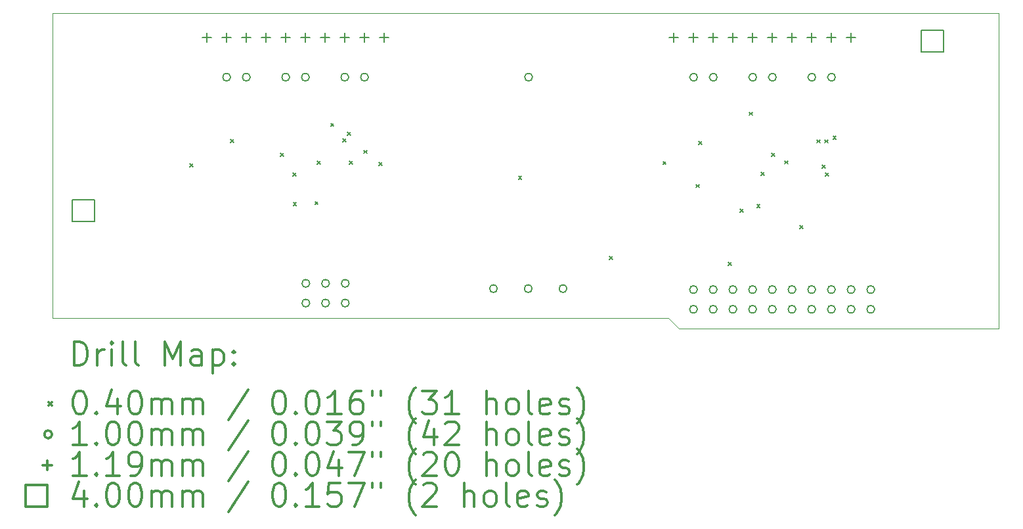
<source format=gbr>
%FSLAX45Y45*%
G04 Gerber Fmt 4.5, Leading zero omitted, Abs format (unit mm)*
G04 Created by KiCad (PCBNEW 5.1.6-c6e7f7d~86~ubuntu16.04.1) date 2020-08-20 00:50:02*
%MOMM*%
%LPD*%
G01*
G04 APERTURE LIST*
%TA.AperFunction,Profile*%
%ADD10C,0.100000*%
%TD*%
%ADD11C,0.200000*%
%ADD12C,0.300000*%
G04 APERTURE END LIST*
D10*
X28037600Y-10016500D02*
X28037600Y-14086500D01*
X15837600Y-10016500D02*
X28037600Y-10016500D01*
X23917600Y-14086500D02*
X28037600Y-14086500D01*
X23777600Y-13946500D02*
X23917600Y-14086500D01*
X23517600Y-13946500D02*
X23777600Y-13946500D01*
X15837600Y-13946500D02*
X23517600Y-13946500D01*
X15837600Y-13926500D02*
X15837600Y-13946500D01*
X15837600Y-13926500D02*
X15837600Y-13896500D01*
X15837600Y-10016500D02*
X15837600Y-13896500D01*
D11*
X17611130Y-11961200D02*
X17651130Y-12001200D01*
X17651130Y-11961200D02*
X17611130Y-12001200D01*
X18137000Y-11645220D02*
X18177000Y-11685220D01*
X18177000Y-11645220D02*
X18137000Y-11685220D01*
X18779090Y-11824410D02*
X18819090Y-11864410D01*
X18819090Y-11824410D02*
X18779090Y-11864410D01*
X18936620Y-12078000D02*
X18976620Y-12118000D01*
X18976620Y-12078000D02*
X18936620Y-12118000D01*
X18943490Y-12462860D02*
X18983490Y-12502860D01*
X18983490Y-12462860D02*
X18943490Y-12502860D01*
X19221910Y-12446360D02*
X19261910Y-12486360D01*
X19261910Y-12446360D02*
X19221910Y-12486360D01*
X19251190Y-11925450D02*
X19291190Y-11965450D01*
X19291190Y-11925450D02*
X19251190Y-11965450D01*
X19426780Y-11439060D02*
X19466780Y-11479060D01*
X19466780Y-11439060D02*
X19426780Y-11479060D01*
X19582370Y-11639800D02*
X19622370Y-11679800D01*
X19622370Y-11639800D02*
X19582370Y-11679800D01*
X19643600Y-11557040D02*
X19683600Y-11597040D01*
X19683600Y-11557040D02*
X19643600Y-11597040D01*
X19669300Y-11926350D02*
X19709300Y-11966350D01*
X19709300Y-11926350D02*
X19669300Y-11966350D01*
X19855890Y-11787310D02*
X19895890Y-11827310D01*
X19895890Y-11787310D02*
X19855890Y-11827310D01*
X20045940Y-11943570D02*
X20085940Y-11983570D01*
X20085940Y-11943570D02*
X20045940Y-11983570D01*
X21848350Y-12119950D02*
X21888350Y-12159950D01*
X21888350Y-12119950D02*
X21848350Y-12159950D01*
X23021730Y-13152110D02*
X23061730Y-13192110D01*
X23061730Y-13152110D02*
X23021730Y-13192110D01*
X23709590Y-11930880D02*
X23749590Y-11970880D01*
X23749590Y-11930880D02*
X23709590Y-11970880D01*
X24138000Y-12228000D02*
X24178000Y-12268000D01*
X24178000Y-12228000D02*
X24138000Y-12268000D01*
X24172420Y-11675650D02*
X24212420Y-11715650D01*
X24212420Y-11675650D02*
X24172420Y-11715650D01*
X24549890Y-13232770D02*
X24589890Y-13272770D01*
X24589890Y-13232770D02*
X24549890Y-13272770D01*
X24705730Y-12543460D02*
X24745730Y-12583460D01*
X24745730Y-12543460D02*
X24705730Y-12583460D01*
X24824000Y-11295000D02*
X24864000Y-11335000D01*
X24864000Y-11295000D02*
X24824000Y-11335000D01*
X24921930Y-12483110D02*
X24961930Y-12523110D01*
X24961930Y-12483110D02*
X24921930Y-12523110D01*
X24974750Y-12073130D02*
X25014750Y-12113130D01*
X25014750Y-12073130D02*
X24974750Y-12113130D01*
X25110280Y-11827980D02*
X25150280Y-11867980D01*
X25150280Y-11827980D02*
X25110280Y-11867980D01*
X25281490Y-11922030D02*
X25321490Y-11962030D01*
X25321490Y-11922030D02*
X25281490Y-11962030D01*
X25472770Y-12756930D02*
X25512770Y-12796930D01*
X25512770Y-12756930D02*
X25472770Y-12796930D01*
X25694160Y-11652170D02*
X25734160Y-11692170D01*
X25734160Y-11652170D02*
X25694160Y-11692170D01*
X25761660Y-11979710D02*
X25801660Y-12019710D01*
X25801660Y-11979710D02*
X25761660Y-12019710D01*
X25798260Y-11652390D02*
X25838260Y-11692390D01*
X25838260Y-11652390D02*
X25798260Y-11692390D01*
X25807620Y-12078000D02*
X25847620Y-12118000D01*
X25847620Y-12078000D02*
X25807620Y-12118000D01*
X25902360Y-11607590D02*
X25942360Y-11647590D01*
X25942360Y-11607590D02*
X25902360Y-11647590D01*
X19657800Y-10845300D02*
G75*
G03*
X19657800Y-10845300I-50000J0D01*
G01*
X24409800Y-10845300D02*
G75*
G03*
X24409800Y-10845300I-50000J0D01*
G01*
X22471200Y-13569500D02*
G75*
G03*
X22471200Y-13569500I-50000J0D01*
G01*
X18133800Y-10845300D02*
G75*
G03*
X18133800Y-10845300I-50000J0D01*
G01*
X24154000Y-13582000D02*
G75*
G03*
X24154000Y-13582000I-50000J0D01*
G01*
X24154000Y-13836000D02*
G75*
G03*
X24154000Y-13836000I-50000J0D01*
G01*
X24408000Y-13582000D02*
G75*
G03*
X24408000Y-13582000I-50000J0D01*
G01*
X24408000Y-13836000D02*
G75*
G03*
X24408000Y-13836000I-50000J0D01*
G01*
X24662000Y-13582000D02*
G75*
G03*
X24662000Y-13582000I-50000J0D01*
G01*
X24662000Y-13836000D02*
G75*
G03*
X24662000Y-13836000I-50000J0D01*
G01*
X24916000Y-13582000D02*
G75*
G03*
X24916000Y-13582000I-50000J0D01*
G01*
X24916000Y-13836000D02*
G75*
G03*
X24916000Y-13836000I-50000J0D01*
G01*
X25170000Y-13582000D02*
G75*
G03*
X25170000Y-13582000I-50000J0D01*
G01*
X25170000Y-13836000D02*
G75*
G03*
X25170000Y-13836000I-50000J0D01*
G01*
X25424000Y-13582000D02*
G75*
G03*
X25424000Y-13582000I-50000J0D01*
G01*
X25424000Y-13836000D02*
G75*
G03*
X25424000Y-13836000I-50000J0D01*
G01*
X25678000Y-13582000D02*
G75*
G03*
X25678000Y-13582000I-50000J0D01*
G01*
X25678000Y-13836000D02*
G75*
G03*
X25678000Y-13836000I-50000J0D01*
G01*
X25932000Y-13582000D02*
G75*
G03*
X25932000Y-13582000I-50000J0D01*
G01*
X25932000Y-13836000D02*
G75*
G03*
X25932000Y-13836000I-50000J0D01*
G01*
X26186000Y-13582000D02*
G75*
G03*
X26186000Y-13582000I-50000J0D01*
G01*
X26186000Y-13836000D02*
G75*
G03*
X26186000Y-13836000I-50000J0D01*
G01*
X26440000Y-13582000D02*
G75*
G03*
X26440000Y-13582000I-50000J0D01*
G01*
X26440000Y-13836000D02*
G75*
G03*
X26440000Y-13836000I-50000J0D01*
G01*
X21574200Y-13569500D02*
G75*
G03*
X21574200Y-13569500I-50000J0D01*
G01*
X25679800Y-10845300D02*
G75*
G03*
X25679800Y-10845300I-50000J0D01*
G01*
X19155200Y-13501800D02*
G75*
G03*
X19155200Y-13501800I-50000J0D01*
G01*
X19155200Y-13755800D02*
G75*
G03*
X19155200Y-13755800I-50000J0D01*
G01*
X19409200Y-13501800D02*
G75*
G03*
X19409200Y-13501800I-50000J0D01*
G01*
X19409200Y-13755800D02*
G75*
G03*
X19409200Y-13755800I-50000J0D01*
G01*
X19663200Y-13501800D02*
G75*
G03*
X19663200Y-13501800I-50000J0D01*
G01*
X19663200Y-13755800D02*
G75*
G03*
X19663200Y-13755800I-50000J0D01*
G01*
X19149800Y-10845300D02*
G75*
G03*
X19149800Y-10845300I-50000J0D01*
G01*
X19911800Y-10845300D02*
G75*
G03*
X19911800Y-10845300I-50000J0D01*
G01*
X18895800Y-10845300D02*
G75*
G03*
X18895800Y-10845300I-50000J0D01*
G01*
X24917800Y-10845300D02*
G75*
G03*
X24917800Y-10845300I-50000J0D01*
G01*
X22027800Y-10845300D02*
G75*
G03*
X22027800Y-10845300I-50000J0D01*
G01*
X25933800Y-10845300D02*
G75*
G03*
X25933800Y-10845300I-50000J0D01*
G01*
X25171800Y-10845300D02*
G75*
G03*
X25171800Y-10845300I-50000J0D01*
G01*
X24155800Y-10845300D02*
G75*
G03*
X24155800Y-10845300I-50000J0D01*
G01*
X18387800Y-10845300D02*
G75*
G03*
X18387800Y-10845300I-50000J0D01*
G01*
X22022700Y-13569500D02*
G75*
G03*
X22022700Y-13569500I-50000J0D01*
G01*
X23851800Y-10277000D02*
X23851800Y-10396000D01*
X23792300Y-10336500D02*
X23911300Y-10336500D01*
X24105800Y-10277000D02*
X24105800Y-10396000D01*
X24046300Y-10336500D02*
X24165300Y-10336500D01*
X24359800Y-10277000D02*
X24359800Y-10396000D01*
X24300300Y-10336500D02*
X24419300Y-10336500D01*
X24613800Y-10277000D02*
X24613800Y-10396000D01*
X24554300Y-10336500D02*
X24673300Y-10336500D01*
X24867800Y-10277000D02*
X24867800Y-10396000D01*
X24808300Y-10336500D02*
X24927300Y-10336500D01*
X25121800Y-10277000D02*
X25121800Y-10396000D01*
X25062300Y-10336500D02*
X25181300Y-10336500D01*
X25375800Y-10277000D02*
X25375800Y-10396000D01*
X25316300Y-10336500D02*
X25435300Y-10336500D01*
X25629800Y-10277000D02*
X25629800Y-10396000D01*
X25570300Y-10336500D02*
X25689300Y-10336500D01*
X25883800Y-10277000D02*
X25883800Y-10396000D01*
X25824300Y-10336500D02*
X25943300Y-10336500D01*
X26137800Y-10277000D02*
X26137800Y-10396000D01*
X26078300Y-10336500D02*
X26197300Y-10336500D01*
X17829800Y-10277000D02*
X17829800Y-10396000D01*
X17770300Y-10336500D02*
X17889300Y-10336500D01*
X18083800Y-10277000D02*
X18083800Y-10396000D01*
X18024300Y-10336500D02*
X18143300Y-10336500D01*
X18337800Y-10277000D02*
X18337800Y-10396000D01*
X18278300Y-10336500D02*
X18397300Y-10336500D01*
X18591800Y-10277000D02*
X18591800Y-10396000D01*
X18532300Y-10336500D02*
X18651300Y-10336500D01*
X18845800Y-10277000D02*
X18845800Y-10396000D01*
X18786300Y-10336500D02*
X18905300Y-10336500D01*
X19099800Y-10277000D02*
X19099800Y-10396000D01*
X19040300Y-10336500D02*
X19159300Y-10336500D01*
X19353800Y-10277000D02*
X19353800Y-10396000D01*
X19294300Y-10336500D02*
X19413300Y-10336500D01*
X19607800Y-10277000D02*
X19607800Y-10396000D01*
X19548300Y-10336500D02*
X19667300Y-10336500D01*
X19861800Y-10277000D02*
X19861800Y-10396000D01*
X19802300Y-10336500D02*
X19921300Y-10336500D01*
X20115800Y-10277000D02*
X20115800Y-10396000D01*
X20056300Y-10336500D02*
X20175300Y-10336500D01*
X16378023Y-12705423D02*
X16378023Y-12422577D01*
X16095177Y-12422577D01*
X16095177Y-12705423D01*
X16378023Y-12705423D01*
X27325423Y-10521023D02*
X27325423Y-10238177D01*
X27042577Y-10238177D01*
X27042577Y-10521023D01*
X27325423Y-10521023D01*
D12*
X16119028Y-14557214D02*
X16119028Y-14257214D01*
X16190457Y-14257214D01*
X16233314Y-14271500D01*
X16261886Y-14300072D01*
X16276171Y-14328643D01*
X16290457Y-14385786D01*
X16290457Y-14428643D01*
X16276171Y-14485786D01*
X16261886Y-14514357D01*
X16233314Y-14542929D01*
X16190457Y-14557214D01*
X16119028Y-14557214D01*
X16419028Y-14557214D02*
X16419028Y-14357214D01*
X16419028Y-14414357D02*
X16433314Y-14385786D01*
X16447600Y-14371500D01*
X16476171Y-14357214D01*
X16504743Y-14357214D01*
X16604743Y-14557214D02*
X16604743Y-14357214D01*
X16604743Y-14257214D02*
X16590457Y-14271500D01*
X16604743Y-14285786D01*
X16619028Y-14271500D01*
X16604743Y-14257214D01*
X16604743Y-14285786D01*
X16790457Y-14557214D02*
X16761886Y-14542929D01*
X16747600Y-14514357D01*
X16747600Y-14257214D01*
X16947600Y-14557214D02*
X16919028Y-14542929D01*
X16904743Y-14514357D01*
X16904743Y-14257214D01*
X17290457Y-14557214D02*
X17290457Y-14257214D01*
X17390457Y-14471500D01*
X17490457Y-14257214D01*
X17490457Y-14557214D01*
X17761886Y-14557214D02*
X17761886Y-14400072D01*
X17747600Y-14371500D01*
X17719028Y-14357214D01*
X17661886Y-14357214D01*
X17633314Y-14371500D01*
X17761886Y-14542929D02*
X17733314Y-14557214D01*
X17661886Y-14557214D01*
X17633314Y-14542929D01*
X17619028Y-14514357D01*
X17619028Y-14485786D01*
X17633314Y-14457214D01*
X17661886Y-14442929D01*
X17733314Y-14442929D01*
X17761886Y-14428643D01*
X17904743Y-14357214D02*
X17904743Y-14657214D01*
X17904743Y-14371500D02*
X17933314Y-14357214D01*
X17990457Y-14357214D01*
X18019028Y-14371500D01*
X18033314Y-14385786D01*
X18047600Y-14414357D01*
X18047600Y-14500072D01*
X18033314Y-14528643D01*
X18019028Y-14542929D01*
X17990457Y-14557214D01*
X17933314Y-14557214D01*
X17904743Y-14542929D01*
X18176171Y-14528643D02*
X18190457Y-14542929D01*
X18176171Y-14557214D01*
X18161886Y-14542929D01*
X18176171Y-14528643D01*
X18176171Y-14557214D01*
X18176171Y-14371500D02*
X18190457Y-14385786D01*
X18176171Y-14400072D01*
X18161886Y-14385786D01*
X18176171Y-14371500D01*
X18176171Y-14400072D01*
X15792600Y-15031500D02*
X15832600Y-15071500D01*
X15832600Y-15031500D02*
X15792600Y-15071500D01*
X16176171Y-14887214D02*
X16204743Y-14887214D01*
X16233314Y-14901500D01*
X16247600Y-14915786D01*
X16261886Y-14944357D01*
X16276171Y-15001500D01*
X16276171Y-15072929D01*
X16261886Y-15130072D01*
X16247600Y-15158643D01*
X16233314Y-15172929D01*
X16204743Y-15187214D01*
X16176171Y-15187214D01*
X16147600Y-15172929D01*
X16133314Y-15158643D01*
X16119028Y-15130072D01*
X16104743Y-15072929D01*
X16104743Y-15001500D01*
X16119028Y-14944357D01*
X16133314Y-14915786D01*
X16147600Y-14901500D01*
X16176171Y-14887214D01*
X16404743Y-15158643D02*
X16419028Y-15172929D01*
X16404743Y-15187214D01*
X16390457Y-15172929D01*
X16404743Y-15158643D01*
X16404743Y-15187214D01*
X16676171Y-14987214D02*
X16676171Y-15187214D01*
X16604743Y-14872929D02*
X16533314Y-15087214D01*
X16719028Y-15087214D01*
X16890457Y-14887214D02*
X16919028Y-14887214D01*
X16947600Y-14901500D01*
X16961886Y-14915786D01*
X16976171Y-14944357D01*
X16990457Y-15001500D01*
X16990457Y-15072929D01*
X16976171Y-15130072D01*
X16961886Y-15158643D01*
X16947600Y-15172929D01*
X16919028Y-15187214D01*
X16890457Y-15187214D01*
X16861886Y-15172929D01*
X16847600Y-15158643D01*
X16833314Y-15130072D01*
X16819028Y-15072929D01*
X16819028Y-15001500D01*
X16833314Y-14944357D01*
X16847600Y-14915786D01*
X16861886Y-14901500D01*
X16890457Y-14887214D01*
X17119028Y-15187214D02*
X17119028Y-14987214D01*
X17119028Y-15015786D02*
X17133314Y-15001500D01*
X17161886Y-14987214D01*
X17204743Y-14987214D01*
X17233314Y-15001500D01*
X17247600Y-15030072D01*
X17247600Y-15187214D01*
X17247600Y-15030072D02*
X17261886Y-15001500D01*
X17290457Y-14987214D01*
X17333314Y-14987214D01*
X17361886Y-15001500D01*
X17376171Y-15030072D01*
X17376171Y-15187214D01*
X17519028Y-15187214D02*
X17519028Y-14987214D01*
X17519028Y-15015786D02*
X17533314Y-15001500D01*
X17561886Y-14987214D01*
X17604743Y-14987214D01*
X17633314Y-15001500D01*
X17647600Y-15030072D01*
X17647600Y-15187214D01*
X17647600Y-15030072D02*
X17661886Y-15001500D01*
X17690457Y-14987214D01*
X17733314Y-14987214D01*
X17761886Y-15001500D01*
X17776171Y-15030072D01*
X17776171Y-15187214D01*
X18361886Y-14872929D02*
X18104743Y-15258643D01*
X18747600Y-14887214D02*
X18776171Y-14887214D01*
X18804743Y-14901500D01*
X18819028Y-14915786D01*
X18833314Y-14944357D01*
X18847600Y-15001500D01*
X18847600Y-15072929D01*
X18833314Y-15130072D01*
X18819028Y-15158643D01*
X18804743Y-15172929D01*
X18776171Y-15187214D01*
X18747600Y-15187214D01*
X18719028Y-15172929D01*
X18704743Y-15158643D01*
X18690457Y-15130072D01*
X18676171Y-15072929D01*
X18676171Y-15001500D01*
X18690457Y-14944357D01*
X18704743Y-14915786D01*
X18719028Y-14901500D01*
X18747600Y-14887214D01*
X18976171Y-15158643D02*
X18990457Y-15172929D01*
X18976171Y-15187214D01*
X18961886Y-15172929D01*
X18976171Y-15158643D01*
X18976171Y-15187214D01*
X19176171Y-14887214D02*
X19204743Y-14887214D01*
X19233314Y-14901500D01*
X19247600Y-14915786D01*
X19261886Y-14944357D01*
X19276171Y-15001500D01*
X19276171Y-15072929D01*
X19261886Y-15130072D01*
X19247600Y-15158643D01*
X19233314Y-15172929D01*
X19204743Y-15187214D01*
X19176171Y-15187214D01*
X19147600Y-15172929D01*
X19133314Y-15158643D01*
X19119028Y-15130072D01*
X19104743Y-15072929D01*
X19104743Y-15001500D01*
X19119028Y-14944357D01*
X19133314Y-14915786D01*
X19147600Y-14901500D01*
X19176171Y-14887214D01*
X19561886Y-15187214D02*
X19390457Y-15187214D01*
X19476171Y-15187214D02*
X19476171Y-14887214D01*
X19447600Y-14930072D01*
X19419028Y-14958643D01*
X19390457Y-14972929D01*
X19819028Y-14887214D02*
X19761886Y-14887214D01*
X19733314Y-14901500D01*
X19719028Y-14915786D01*
X19690457Y-14958643D01*
X19676171Y-15015786D01*
X19676171Y-15130072D01*
X19690457Y-15158643D01*
X19704743Y-15172929D01*
X19733314Y-15187214D01*
X19790457Y-15187214D01*
X19819028Y-15172929D01*
X19833314Y-15158643D01*
X19847600Y-15130072D01*
X19847600Y-15058643D01*
X19833314Y-15030072D01*
X19819028Y-15015786D01*
X19790457Y-15001500D01*
X19733314Y-15001500D01*
X19704743Y-15015786D01*
X19690457Y-15030072D01*
X19676171Y-15058643D01*
X19961886Y-14887214D02*
X19961886Y-14944357D01*
X20076171Y-14887214D02*
X20076171Y-14944357D01*
X20519028Y-15301500D02*
X20504743Y-15287214D01*
X20476171Y-15244357D01*
X20461886Y-15215786D01*
X20447600Y-15172929D01*
X20433314Y-15101500D01*
X20433314Y-15044357D01*
X20447600Y-14972929D01*
X20461886Y-14930072D01*
X20476171Y-14901500D01*
X20504743Y-14858643D01*
X20519028Y-14844357D01*
X20604743Y-14887214D02*
X20790457Y-14887214D01*
X20690457Y-15001500D01*
X20733314Y-15001500D01*
X20761886Y-15015786D01*
X20776171Y-15030072D01*
X20790457Y-15058643D01*
X20790457Y-15130072D01*
X20776171Y-15158643D01*
X20761886Y-15172929D01*
X20733314Y-15187214D01*
X20647600Y-15187214D01*
X20619028Y-15172929D01*
X20604743Y-15158643D01*
X21076171Y-15187214D02*
X20904743Y-15187214D01*
X20990457Y-15187214D02*
X20990457Y-14887214D01*
X20961886Y-14930072D01*
X20933314Y-14958643D01*
X20904743Y-14972929D01*
X21433314Y-15187214D02*
X21433314Y-14887214D01*
X21561886Y-15187214D02*
X21561886Y-15030072D01*
X21547600Y-15001500D01*
X21519028Y-14987214D01*
X21476171Y-14987214D01*
X21447600Y-15001500D01*
X21433314Y-15015786D01*
X21747600Y-15187214D02*
X21719028Y-15172929D01*
X21704743Y-15158643D01*
X21690457Y-15130072D01*
X21690457Y-15044357D01*
X21704743Y-15015786D01*
X21719028Y-15001500D01*
X21747600Y-14987214D01*
X21790457Y-14987214D01*
X21819028Y-15001500D01*
X21833314Y-15015786D01*
X21847600Y-15044357D01*
X21847600Y-15130072D01*
X21833314Y-15158643D01*
X21819028Y-15172929D01*
X21790457Y-15187214D01*
X21747600Y-15187214D01*
X22019028Y-15187214D02*
X21990457Y-15172929D01*
X21976171Y-15144357D01*
X21976171Y-14887214D01*
X22247600Y-15172929D02*
X22219028Y-15187214D01*
X22161886Y-15187214D01*
X22133314Y-15172929D01*
X22119028Y-15144357D01*
X22119028Y-15030072D01*
X22133314Y-15001500D01*
X22161886Y-14987214D01*
X22219028Y-14987214D01*
X22247600Y-15001500D01*
X22261886Y-15030072D01*
X22261886Y-15058643D01*
X22119028Y-15087214D01*
X22376171Y-15172929D02*
X22404743Y-15187214D01*
X22461886Y-15187214D01*
X22490457Y-15172929D01*
X22504743Y-15144357D01*
X22504743Y-15130072D01*
X22490457Y-15101500D01*
X22461886Y-15087214D01*
X22419028Y-15087214D01*
X22390457Y-15072929D01*
X22376171Y-15044357D01*
X22376171Y-15030072D01*
X22390457Y-15001500D01*
X22419028Y-14987214D01*
X22461886Y-14987214D01*
X22490457Y-15001500D01*
X22604743Y-15301500D02*
X22619028Y-15287214D01*
X22647600Y-15244357D01*
X22661886Y-15215786D01*
X22676171Y-15172929D01*
X22690457Y-15101500D01*
X22690457Y-15044357D01*
X22676171Y-14972929D01*
X22661886Y-14930072D01*
X22647600Y-14901500D01*
X22619028Y-14858643D01*
X22604743Y-14844357D01*
X15832600Y-15447500D02*
G75*
G03*
X15832600Y-15447500I-50000J0D01*
G01*
X16276171Y-15583214D02*
X16104743Y-15583214D01*
X16190457Y-15583214D02*
X16190457Y-15283214D01*
X16161886Y-15326072D01*
X16133314Y-15354643D01*
X16104743Y-15368929D01*
X16404743Y-15554643D02*
X16419028Y-15568929D01*
X16404743Y-15583214D01*
X16390457Y-15568929D01*
X16404743Y-15554643D01*
X16404743Y-15583214D01*
X16604743Y-15283214D02*
X16633314Y-15283214D01*
X16661886Y-15297500D01*
X16676171Y-15311786D01*
X16690457Y-15340357D01*
X16704743Y-15397500D01*
X16704743Y-15468929D01*
X16690457Y-15526072D01*
X16676171Y-15554643D01*
X16661886Y-15568929D01*
X16633314Y-15583214D01*
X16604743Y-15583214D01*
X16576171Y-15568929D01*
X16561886Y-15554643D01*
X16547600Y-15526072D01*
X16533314Y-15468929D01*
X16533314Y-15397500D01*
X16547600Y-15340357D01*
X16561886Y-15311786D01*
X16576171Y-15297500D01*
X16604743Y-15283214D01*
X16890457Y-15283214D02*
X16919028Y-15283214D01*
X16947600Y-15297500D01*
X16961886Y-15311786D01*
X16976171Y-15340357D01*
X16990457Y-15397500D01*
X16990457Y-15468929D01*
X16976171Y-15526072D01*
X16961886Y-15554643D01*
X16947600Y-15568929D01*
X16919028Y-15583214D01*
X16890457Y-15583214D01*
X16861886Y-15568929D01*
X16847600Y-15554643D01*
X16833314Y-15526072D01*
X16819028Y-15468929D01*
X16819028Y-15397500D01*
X16833314Y-15340357D01*
X16847600Y-15311786D01*
X16861886Y-15297500D01*
X16890457Y-15283214D01*
X17119028Y-15583214D02*
X17119028Y-15383214D01*
X17119028Y-15411786D02*
X17133314Y-15397500D01*
X17161886Y-15383214D01*
X17204743Y-15383214D01*
X17233314Y-15397500D01*
X17247600Y-15426072D01*
X17247600Y-15583214D01*
X17247600Y-15426072D02*
X17261886Y-15397500D01*
X17290457Y-15383214D01*
X17333314Y-15383214D01*
X17361886Y-15397500D01*
X17376171Y-15426072D01*
X17376171Y-15583214D01*
X17519028Y-15583214D02*
X17519028Y-15383214D01*
X17519028Y-15411786D02*
X17533314Y-15397500D01*
X17561886Y-15383214D01*
X17604743Y-15383214D01*
X17633314Y-15397500D01*
X17647600Y-15426072D01*
X17647600Y-15583214D01*
X17647600Y-15426072D02*
X17661886Y-15397500D01*
X17690457Y-15383214D01*
X17733314Y-15383214D01*
X17761886Y-15397500D01*
X17776171Y-15426072D01*
X17776171Y-15583214D01*
X18361886Y-15268929D02*
X18104743Y-15654643D01*
X18747600Y-15283214D02*
X18776171Y-15283214D01*
X18804743Y-15297500D01*
X18819028Y-15311786D01*
X18833314Y-15340357D01*
X18847600Y-15397500D01*
X18847600Y-15468929D01*
X18833314Y-15526072D01*
X18819028Y-15554643D01*
X18804743Y-15568929D01*
X18776171Y-15583214D01*
X18747600Y-15583214D01*
X18719028Y-15568929D01*
X18704743Y-15554643D01*
X18690457Y-15526072D01*
X18676171Y-15468929D01*
X18676171Y-15397500D01*
X18690457Y-15340357D01*
X18704743Y-15311786D01*
X18719028Y-15297500D01*
X18747600Y-15283214D01*
X18976171Y-15554643D02*
X18990457Y-15568929D01*
X18976171Y-15583214D01*
X18961886Y-15568929D01*
X18976171Y-15554643D01*
X18976171Y-15583214D01*
X19176171Y-15283214D02*
X19204743Y-15283214D01*
X19233314Y-15297500D01*
X19247600Y-15311786D01*
X19261886Y-15340357D01*
X19276171Y-15397500D01*
X19276171Y-15468929D01*
X19261886Y-15526072D01*
X19247600Y-15554643D01*
X19233314Y-15568929D01*
X19204743Y-15583214D01*
X19176171Y-15583214D01*
X19147600Y-15568929D01*
X19133314Y-15554643D01*
X19119028Y-15526072D01*
X19104743Y-15468929D01*
X19104743Y-15397500D01*
X19119028Y-15340357D01*
X19133314Y-15311786D01*
X19147600Y-15297500D01*
X19176171Y-15283214D01*
X19376171Y-15283214D02*
X19561886Y-15283214D01*
X19461886Y-15397500D01*
X19504743Y-15397500D01*
X19533314Y-15411786D01*
X19547600Y-15426072D01*
X19561886Y-15454643D01*
X19561886Y-15526072D01*
X19547600Y-15554643D01*
X19533314Y-15568929D01*
X19504743Y-15583214D01*
X19419028Y-15583214D01*
X19390457Y-15568929D01*
X19376171Y-15554643D01*
X19704743Y-15583214D02*
X19761886Y-15583214D01*
X19790457Y-15568929D01*
X19804743Y-15554643D01*
X19833314Y-15511786D01*
X19847600Y-15454643D01*
X19847600Y-15340357D01*
X19833314Y-15311786D01*
X19819028Y-15297500D01*
X19790457Y-15283214D01*
X19733314Y-15283214D01*
X19704743Y-15297500D01*
X19690457Y-15311786D01*
X19676171Y-15340357D01*
X19676171Y-15411786D01*
X19690457Y-15440357D01*
X19704743Y-15454643D01*
X19733314Y-15468929D01*
X19790457Y-15468929D01*
X19819028Y-15454643D01*
X19833314Y-15440357D01*
X19847600Y-15411786D01*
X19961886Y-15283214D02*
X19961886Y-15340357D01*
X20076171Y-15283214D02*
X20076171Y-15340357D01*
X20519028Y-15697500D02*
X20504743Y-15683214D01*
X20476171Y-15640357D01*
X20461886Y-15611786D01*
X20447600Y-15568929D01*
X20433314Y-15497500D01*
X20433314Y-15440357D01*
X20447600Y-15368929D01*
X20461886Y-15326072D01*
X20476171Y-15297500D01*
X20504743Y-15254643D01*
X20519028Y-15240357D01*
X20761886Y-15383214D02*
X20761886Y-15583214D01*
X20690457Y-15268929D02*
X20619028Y-15483214D01*
X20804743Y-15483214D01*
X20904743Y-15311786D02*
X20919028Y-15297500D01*
X20947600Y-15283214D01*
X21019028Y-15283214D01*
X21047600Y-15297500D01*
X21061886Y-15311786D01*
X21076171Y-15340357D01*
X21076171Y-15368929D01*
X21061886Y-15411786D01*
X20890457Y-15583214D01*
X21076171Y-15583214D01*
X21433314Y-15583214D02*
X21433314Y-15283214D01*
X21561886Y-15583214D02*
X21561886Y-15426072D01*
X21547600Y-15397500D01*
X21519028Y-15383214D01*
X21476171Y-15383214D01*
X21447600Y-15397500D01*
X21433314Y-15411786D01*
X21747600Y-15583214D02*
X21719028Y-15568929D01*
X21704743Y-15554643D01*
X21690457Y-15526072D01*
X21690457Y-15440357D01*
X21704743Y-15411786D01*
X21719028Y-15397500D01*
X21747600Y-15383214D01*
X21790457Y-15383214D01*
X21819028Y-15397500D01*
X21833314Y-15411786D01*
X21847600Y-15440357D01*
X21847600Y-15526072D01*
X21833314Y-15554643D01*
X21819028Y-15568929D01*
X21790457Y-15583214D01*
X21747600Y-15583214D01*
X22019028Y-15583214D02*
X21990457Y-15568929D01*
X21976171Y-15540357D01*
X21976171Y-15283214D01*
X22247600Y-15568929D02*
X22219028Y-15583214D01*
X22161886Y-15583214D01*
X22133314Y-15568929D01*
X22119028Y-15540357D01*
X22119028Y-15426072D01*
X22133314Y-15397500D01*
X22161886Y-15383214D01*
X22219028Y-15383214D01*
X22247600Y-15397500D01*
X22261886Y-15426072D01*
X22261886Y-15454643D01*
X22119028Y-15483214D01*
X22376171Y-15568929D02*
X22404743Y-15583214D01*
X22461886Y-15583214D01*
X22490457Y-15568929D01*
X22504743Y-15540357D01*
X22504743Y-15526072D01*
X22490457Y-15497500D01*
X22461886Y-15483214D01*
X22419028Y-15483214D01*
X22390457Y-15468929D01*
X22376171Y-15440357D01*
X22376171Y-15426072D01*
X22390457Y-15397500D01*
X22419028Y-15383214D01*
X22461886Y-15383214D01*
X22490457Y-15397500D01*
X22604743Y-15697500D02*
X22619028Y-15683214D01*
X22647600Y-15640357D01*
X22661886Y-15611786D01*
X22676171Y-15568929D01*
X22690457Y-15497500D01*
X22690457Y-15440357D01*
X22676171Y-15368929D01*
X22661886Y-15326072D01*
X22647600Y-15297500D01*
X22619028Y-15254643D01*
X22604743Y-15240357D01*
X15773100Y-15784000D02*
X15773100Y-15903000D01*
X15713600Y-15843500D02*
X15832600Y-15843500D01*
X16276171Y-15979214D02*
X16104743Y-15979214D01*
X16190457Y-15979214D02*
X16190457Y-15679214D01*
X16161886Y-15722072D01*
X16133314Y-15750643D01*
X16104743Y-15764929D01*
X16404743Y-15950643D02*
X16419028Y-15964929D01*
X16404743Y-15979214D01*
X16390457Y-15964929D01*
X16404743Y-15950643D01*
X16404743Y-15979214D01*
X16704743Y-15979214D02*
X16533314Y-15979214D01*
X16619028Y-15979214D02*
X16619028Y-15679214D01*
X16590457Y-15722072D01*
X16561886Y-15750643D01*
X16533314Y-15764929D01*
X16847600Y-15979214D02*
X16904743Y-15979214D01*
X16933314Y-15964929D01*
X16947600Y-15950643D01*
X16976171Y-15907786D01*
X16990457Y-15850643D01*
X16990457Y-15736357D01*
X16976171Y-15707786D01*
X16961886Y-15693500D01*
X16933314Y-15679214D01*
X16876171Y-15679214D01*
X16847600Y-15693500D01*
X16833314Y-15707786D01*
X16819028Y-15736357D01*
X16819028Y-15807786D01*
X16833314Y-15836357D01*
X16847600Y-15850643D01*
X16876171Y-15864929D01*
X16933314Y-15864929D01*
X16961886Y-15850643D01*
X16976171Y-15836357D01*
X16990457Y-15807786D01*
X17119028Y-15979214D02*
X17119028Y-15779214D01*
X17119028Y-15807786D02*
X17133314Y-15793500D01*
X17161886Y-15779214D01*
X17204743Y-15779214D01*
X17233314Y-15793500D01*
X17247600Y-15822072D01*
X17247600Y-15979214D01*
X17247600Y-15822072D02*
X17261886Y-15793500D01*
X17290457Y-15779214D01*
X17333314Y-15779214D01*
X17361886Y-15793500D01*
X17376171Y-15822072D01*
X17376171Y-15979214D01*
X17519028Y-15979214D02*
X17519028Y-15779214D01*
X17519028Y-15807786D02*
X17533314Y-15793500D01*
X17561886Y-15779214D01*
X17604743Y-15779214D01*
X17633314Y-15793500D01*
X17647600Y-15822072D01*
X17647600Y-15979214D01*
X17647600Y-15822072D02*
X17661886Y-15793500D01*
X17690457Y-15779214D01*
X17733314Y-15779214D01*
X17761886Y-15793500D01*
X17776171Y-15822072D01*
X17776171Y-15979214D01*
X18361886Y-15664929D02*
X18104743Y-16050643D01*
X18747600Y-15679214D02*
X18776171Y-15679214D01*
X18804743Y-15693500D01*
X18819028Y-15707786D01*
X18833314Y-15736357D01*
X18847600Y-15793500D01*
X18847600Y-15864929D01*
X18833314Y-15922072D01*
X18819028Y-15950643D01*
X18804743Y-15964929D01*
X18776171Y-15979214D01*
X18747600Y-15979214D01*
X18719028Y-15964929D01*
X18704743Y-15950643D01*
X18690457Y-15922072D01*
X18676171Y-15864929D01*
X18676171Y-15793500D01*
X18690457Y-15736357D01*
X18704743Y-15707786D01*
X18719028Y-15693500D01*
X18747600Y-15679214D01*
X18976171Y-15950643D02*
X18990457Y-15964929D01*
X18976171Y-15979214D01*
X18961886Y-15964929D01*
X18976171Y-15950643D01*
X18976171Y-15979214D01*
X19176171Y-15679214D02*
X19204743Y-15679214D01*
X19233314Y-15693500D01*
X19247600Y-15707786D01*
X19261886Y-15736357D01*
X19276171Y-15793500D01*
X19276171Y-15864929D01*
X19261886Y-15922072D01*
X19247600Y-15950643D01*
X19233314Y-15964929D01*
X19204743Y-15979214D01*
X19176171Y-15979214D01*
X19147600Y-15964929D01*
X19133314Y-15950643D01*
X19119028Y-15922072D01*
X19104743Y-15864929D01*
X19104743Y-15793500D01*
X19119028Y-15736357D01*
X19133314Y-15707786D01*
X19147600Y-15693500D01*
X19176171Y-15679214D01*
X19533314Y-15779214D02*
X19533314Y-15979214D01*
X19461886Y-15664929D02*
X19390457Y-15879214D01*
X19576171Y-15879214D01*
X19661886Y-15679214D02*
X19861886Y-15679214D01*
X19733314Y-15979214D01*
X19961886Y-15679214D02*
X19961886Y-15736357D01*
X20076171Y-15679214D02*
X20076171Y-15736357D01*
X20519028Y-16093500D02*
X20504743Y-16079214D01*
X20476171Y-16036357D01*
X20461886Y-16007786D01*
X20447600Y-15964929D01*
X20433314Y-15893500D01*
X20433314Y-15836357D01*
X20447600Y-15764929D01*
X20461886Y-15722072D01*
X20476171Y-15693500D01*
X20504743Y-15650643D01*
X20519028Y-15636357D01*
X20619028Y-15707786D02*
X20633314Y-15693500D01*
X20661886Y-15679214D01*
X20733314Y-15679214D01*
X20761886Y-15693500D01*
X20776171Y-15707786D01*
X20790457Y-15736357D01*
X20790457Y-15764929D01*
X20776171Y-15807786D01*
X20604743Y-15979214D01*
X20790457Y-15979214D01*
X20976171Y-15679214D02*
X21004743Y-15679214D01*
X21033314Y-15693500D01*
X21047600Y-15707786D01*
X21061886Y-15736357D01*
X21076171Y-15793500D01*
X21076171Y-15864929D01*
X21061886Y-15922072D01*
X21047600Y-15950643D01*
X21033314Y-15964929D01*
X21004743Y-15979214D01*
X20976171Y-15979214D01*
X20947600Y-15964929D01*
X20933314Y-15950643D01*
X20919028Y-15922072D01*
X20904743Y-15864929D01*
X20904743Y-15793500D01*
X20919028Y-15736357D01*
X20933314Y-15707786D01*
X20947600Y-15693500D01*
X20976171Y-15679214D01*
X21433314Y-15979214D02*
X21433314Y-15679214D01*
X21561886Y-15979214D02*
X21561886Y-15822072D01*
X21547600Y-15793500D01*
X21519028Y-15779214D01*
X21476171Y-15779214D01*
X21447600Y-15793500D01*
X21433314Y-15807786D01*
X21747600Y-15979214D02*
X21719028Y-15964929D01*
X21704743Y-15950643D01*
X21690457Y-15922072D01*
X21690457Y-15836357D01*
X21704743Y-15807786D01*
X21719028Y-15793500D01*
X21747600Y-15779214D01*
X21790457Y-15779214D01*
X21819028Y-15793500D01*
X21833314Y-15807786D01*
X21847600Y-15836357D01*
X21847600Y-15922072D01*
X21833314Y-15950643D01*
X21819028Y-15964929D01*
X21790457Y-15979214D01*
X21747600Y-15979214D01*
X22019028Y-15979214D02*
X21990457Y-15964929D01*
X21976171Y-15936357D01*
X21976171Y-15679214D01*
X22247600Y-15964929D02*
X22219028Y-15979214D01*
X22161886Y-15979214D01*
X22133314Y-15964929D01*
X22119028Y-15936357D01*
X22119028Y-15822072D01*
X22133314Y-15793500D01*
X22161886Y-15779214D01*
X22219028Y-15779214D01*
X22247600Y-15793500D01*
X22261886Y-15822072D01*
X22261886Y-15850643D01*
X22119028Y-15879214D01*
X22376171Y-15964929D02*
X22404743Y-15979214D01*
X22461886Y-15979214D01*
X22490457Y-15964929D01*
X22504743Y-15936357D01*
X22504743Y-15922072D01*
X22490457Y-15893500D01*
X22461886Y-15879214D01*
X22419028Y-15879214D01*
X22390457Y-15864929D01*
X22376171Y-15836357D01*
X22376171Y-15822072D01*
X22390457Y-15793500D01*
X22419028Y-15779214D01*
X22461886Y-15779214D01*
X22490457Y-15793500D01*
X22604743Y-16093500D02*
X22619028Y-16079214D01*
X22647600Y-16036357D01*
X22661886Y-16007786D01*
X22676171Y-15964929D01*
X22690457Y-15893500D01*
X22690457Y-15836357D01*
X22676171Y-15764929D01*
X22661886Y-15722072D01*
X22647600Y-15693500D01*
X22619028Y-15650643D01*
X22604743Y-15636357D01*
X15774023Y-16380923D02*
X15774023Y-16098077D01*
X15491177Y-16098077D01*
X15491177Y-16380923D01*
X15774023Y-16380923D01*
X16247600Y-16175214D02*
X16247600Y-16375214D01*
X16176171Y-16060929D02*
X16104743Y-16275214D01*
X16290457Y-16275214D01*
X16404743Y-16346643D02*
X16419028Y-16360929D01*
X16404743Y-16375214D01*
X16390457Y-16360929D01*
X16404743Y-16346643D01*
X16404743Y-16375214D01*
X16604743Y-16075214D02*
X16633314Y-16075214D01*
X16661886Y-16089500D01*
X16676171Y-16103786D01*
X16690457Y-16132357D01*
X16704743Y-16189500D01*
X16704743Y-16260929D01*
X16690457Y-16318072D01*
X16676171Y-16346643D01*
X16661886Y-16360929D01*
X16633314Y-16375214D01*
X16604743Y-16375214D01*
X16576171Y-16360929D01*
X16561886Y-16346643D01*
X16547600Y-16318072D01*
X16533314Y-16260929D01*
X16533314Y-16189500D01*
X16547600Y-16132357D01*
X16561886Y-16103786D01*
X16576171Y-16089500D01*
X16604743Y-16075214D01*
X16890457Y-16075214D02*
X16919028Y-16075214D01*
X16947600Y-16089500D01*
X16961886Y-16103786D01*
X16976171Y-16132357D01*
X16990457Y-16189500D01*
X16990457Y-16260929D01*
X16976171Y-16318072D01*
X16961886Y-16346643D01*
X16947600Y-16360929D01*
X16919028Y-16375214D01*
X16890457Y-16375214D01*
X16861886Y-16360929D01*
X16847600Y-16346643D01*
X16833314Y-16318072D01*
X16819028Y-16260929D01*
X16819028Y-16189500D01*
X16833314Y-16132357D01*
X16847600Y-16103786D01*
X16861886Y-16089500D01*
X16890457Y-16075214D01*
X17119028Y-16375214D02*
X17119028Y-16175214D01*
X17119028Y-16203786D02*
X17133314Y-16189500D01*
X17161886Y-16175214D01*
X17204743Y-16175214D01*
X17233314Y-16189500D01*
X17247600Y-16218072D01*
X17247600Y-16375214D01*
X17247600Y-16218072D02*
X17261886Y-16189500D01*
X17290457Y-16175214D01*
X17333314Y-16175214D01*
X17361886Y-16189500D01*
X17376171Y-16218072D01*
X17376171Y-16375214D01*
X17519028Y-16375214D02*
X17519028Y-16175214D01*
X17519028Y-16203786D02*
X17533314Y-16189500D01*
X17561886Y-16175214D01*
X17604743Y-16175214D01*
X17633314Y-16189500D01*
X17647600Y-16218072D01*
X17647600Y-16375214D01*
X17647600Y-16218072D02*
X17661886Y-16189500D01*
X17690457Y-16175214D01*
X17733314Y-16175214D01*
X17761886Y-16189500D01*
X17776171Y-16218072D01*
X17776171Y-16375214D01*
X18361886Y-16060929D02*
X18104743Y-16446643D01*
X18747600Y-16075214D02*
X18776171Y-16075214D01*
X18804743Y-16089500D01*
X18819028Y-16103786D01*
X18833314Y-16132357D01*
X18847600Y-16189500D01*
X18847600Y-16260929D01*
X18833314Y-16318072D01*
X18819028Y-16346643D01*
X18804743Y-16360929D01*
X18776171Y-16375214D01*
X18747600Y-16375214D01*
X18719028Y-16360929D01*
X18704743Y-16346643D01*
X18690457Y-16318072D01*
X18676171Y-16260929D01*
X18676171Y-16189500D01*
X18690457Y-16132357D01*
X18704743Y-16103786D01*
X18719028Y-16089500D01*
X18747600Y-16075214D01*
X18976171Y-16346643D02*
X18990457Y-16360929D01*
X18976171Y-16375214D01*
X18961886Y-16360929D01*
X18976171Y-16346643D01*
X18976171Y-16375214D01*
X19276171Y-16375214D02*
X19104743Y-16375214D01*
X19190457Y-16375214D02*
X19190457Y-16075214D01*
X19161886Y-16118072D01*
X19133314Y-16146643D01*
X19104743Y-16160929D01*
X19547600Y-16075214D02*
X19404743Y-16075214D01*
X19390457Y-16218072D01*
X19404743Y-16203786D01*
X19433314Y-16189500D01*
X19504743Y-16189500D01*
X19533314Y-16203786D01*
X19547600Y-16218072D01*
X19561886Y-16246643D01*
X19561886Y-16318072D01*
X19547600Y-16346643D01*
X19533314Y-16360929D01*
X19504743Y-16375214D01*
X19433314Y-16375214D01*
X19404743Y-16360929D01*
X19390457Y-16346643D01*
X19661886Y-16075214D02*
X19861886Y-16075214D01*
X19733314Y-16375214D01*
X19961886Y-16075214D02*
X19961886Y-16132357D01*
X20076171Y-16075214D02*
X20076171Y-16132357D01*
X20519028Y-16489500D02*
X20504743Y-16475214D01*
X20476171Y-16432357D01*
X20461886Y-16403786D01*
X20447600Y-16360929D01*
X20433314Y-16289500D01*
X20433314Y-16232357D01*
X20447600Y-16160929D01*
X20461886Y-16118072D01*
X20476171Y-16089500D01*
X20504743Y-16046643D01*
X20519028Y-16032357D01*
X20619028Y-16103786D02*
X20633314Y-16089500D01*
X20661886Y-16075214D01*
X20733314Y-16075214D01*
X20761886Y-16089500D01*
X20776171Y-16103786D01*
X20790457Y-16132357D01*
X20790457Y-16160929D01*
X20776171Y-16203786D01*
X20604743Y-16375214D01*
X20790457Y-16375214D01*
X21147600Y-16375214D02*
X21147600Y-16075214D01*
X21276171Y-16375214D02*
X21276171Y-16218072D01*
X21261886Y-16189500D01*
X21233314Y-16175214D01*
X21190457Y-16175214D01*
X21161886Y-16189500D01*
X21147600Y-16203786D01*
X21461886Y-16375214D02*
X21433314Y-16360929D01*
X21419028Y-16346643D01*
X21404743Y-16318072D01*
X21404743Y-16232357D01*
X21419028Y-16203786D01*
X21433314Y-16189500D01*
X21461886Y-16175214D01*
X21504743Y-16175214D01*
X21533314Y-16189500D01*
X21547600Y-16203786D01*
X21561886Y-16232357D01*
X21561886Y-16318072D01*
X21547600Y-16346643D01*
X21533314Y-16360929D01*
X21504743Y-16375214D01*
X21461886Y-16375214D01*
X21733314Y-16375214D02*
X21704743Y-16360929D01*
X21690457Y-16332357D01*
X21690457Y-16075214D01*
X21961886Y-16360929D02*
X21933314Y-16375214D01*
X21876171Y-16375214D01*
X21847600Y-16360929D01*
X21833314Y-16332357D01*
X21833314Y-16218072D01*
X21847600Y-16189500D01*
X21876171Y-16175214D01*
X21933314Y-16175214D01*
X21961886Y-16189500D01*
X21976171Y-16218072D01*
X21976171Y-16246643D01*
X21833314Y-16275214D01*
X22090457Y-16360929D02*
X22119028Y-16375214D01*
X22176171Y-16375214D01*
X22204743Y-16360929D01*
X22219028Y-16332357D01*
X22219028Y-16318072D01*
X22204743Y-16289500D01*
X22176171Y-16275214D01*
X22133314Y-16275214D01*
X22104743Y-16260929D01*
X22090457Y-16232357D01*
X22090457Y-16218072D01*
X22104743Y-16189500D01*
X22133314Y-16175214D01*
X22176171Y-16175214D01*
X22204743Y-16189500D01*
X22319028Y-16489500D02*
X22333314Y-16475214D01*
X22361886Y-16432357D01*
X22376171Y-16403786D01*
X22390457Y-16360929D01*
X22404743Y-16289500D01*
X22404743Y-16232357D01*
X22390457Y-16160929D01*
X22376171Y-16118072D01*
X22361886Y-16089500D01*
X22333314Y-16046643D01*
X22319028Y-16032357D01*
M02*

</source>
